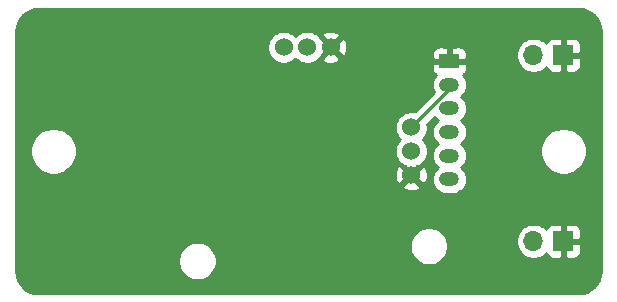
<source format=gbr>
G04 #@! TF.GenerationSoftware,KiCad,Pcbnew,5.1.5-52549c5~86~ubuntu18.04.1*
G04 #@! TF.CreationDate,2020-05-17T18:20:31-04:00*
G04 #@! TF.ProjectId,2020 05 PSP Joystick Breakout,32303230-2030-4352-9050-5350204a6f79,rev?*
G04 #@! TF.SameCoordinates,Original*
G04 #@! TF.FileFunction,Copper,L2,Bot*
G04 #@! TF.FilePolarity,Positive*
%FSLAX46Y46*%
G04 Gerber Fmt 4.6, Leading zero omitted, Abs format (unit mm)*
G04 Created by KiCad (PCBNEW 5.1.5-52549c5~86~ubuntu18.04.1) date 2020-05-17 18:20:31*
%MOMM*%
%LPD*%
G04 APERTURE LIST*
%ADD10C,1.524000*%
%ADD11R,1.700000X1.700000*%
%ADD12O,1.700000X1.700000*%
%ADD13R,1.700000X1.200000*%
%ADD14O,1.700000X1.200000*%
%ADD15C,0.800000*%
%ADD16C,0.250000*%
%ADD17C,0.254000*%
G04 APERTURE END LIST*
D10*
X160650000Y-111850000D03*
X156650000Y-111850000D03*
X158650000Y-111850000D03*
X167450000Y-118650000D03*
X167450000Y-122650000D03*
X167450000Y-120650000D03*
D11*
X180340000Y-128270000D03*
D12*
X177800000Y-128270000D03*
D11*
X180340000Y-112522000D03*
D12*
X177800000Y-112522000D03*
D13*
X170688000Y-113030000D03*
D14*
X170688000Y-115030000D03*
X170688000Y-117030000D03*
X170688000Y-119030000D03*
X170688000Y-121030000D03*
X170688000Y-123030000D03*
D15*
X153162000Y-119634000D03*
D16*
X170688000Y-115412000D02*
X170688000Y-115030000D01*
X167450000Y-118650000D02*
X170688000Y-115412000D01*
D17*
G36*
X181974545Y-108648909D02*
G01*
X182325208Y-108754780D01*
X182648625Y-108926744D01*
X182932484Y-109158254D01*
X183165965Y-109440486D01*
X183340183Y-109762695D01*
X183448502Y-110112614D01*
X183490000Y-110507443D01*
X183490001Y-130777711D01*
X183451091Y-131174545D01*
X183345220Y-131525206D01*
X183173257Y-131848623D01*
X182941748Y-132132482D01*
X182659514Y-132365965D01*
X182337304Y-132540184D01*
X181987385Y-132648502D01*
X181592557Y-132690000D01*
X135922279Y-132690000D01*
X135525455Y-132651091D01*
X135174794Y-132545220D01*
X134851377Y-132373257D01*
X134567518Y-132141748D01*
X134334035Y-131859514D01*
X134159816Y-131537304D01*
X134051498Y-131187385D01*
X134010000Y-130792557D01*
X134010000Y-129788967D01*
X147715000Y-129788967D01*
X147715000Y-130111033D01*
X147777832Y-130426912D01*
X147901082Y-130724463D01*
X148080013Y-130992252D01*
X148307748Y-131219987D01*
X148575537Y-131398918D01*
X148873088Y-131522168D01*
X149188967Y-131585000D01*
X149511033Y-131585000D01*
X149826912Y-131522168D01*
X150124463Y-131398918D01*
X150392252Y-131219987D01*
X150619987Y-130992252D01*
X150798918Y-130724463D01*
X150922168Y-130426912D01*
X150985000Y-130111033D01*
X150985000Y-129788967D01*
X150922168Y-129473088D01*
X150798918Y-129175537D01*
X150619987Y-128907748D01*
X150392252Y-128680013D01*
X150181162Y-128538967D01*
X167315000Y-128538967D01*
X167315000Y-128861033D01*
X167377832Y-129176912D01*
X167501082Y-129474463D01*
X167680013Y-129742252D01*
X167907748Y-129969987D01*
X168175537Y-130148918D01*
X168473088Y-130272168D01*
X168788967Y-130335000D01*
X169111033Y-130335000D01*
X169426912Y-130272168D01*
X169724463Y-130148918D01*
X169992252Y-129969987D01*
X170219987Y-129742252D01*
X170398918Y-129474463D01*
X170522168Y-129176912D01*
X170585000Y-128861033D01*
X170585000Y-128538967D01*
X170522168Y-128223088D01*
X170481017Y-128123740D01*
X176315000Y-128123740D01*
X176315000Y-128416260D01*
X176372068Y-128703158D01*
X176484010Y-128973411D01*
X176646525Y-129216632D01*
X176853368Y-129423475D01*
X177096589Y-129585990D01*
X177366842Y-129697932D01*
X177653740Y-129755000D01*
X177946260Y-129755000D01*
X178233158Y-129697932D01*
X178503411Y-129585990D01*
X178746632Y-129423475D01*
X178878487Y-129291620D01*
X178900498Y-129364180D01*
X178959463Y-129474494D01*
X179038815Y-129571185D01*
X179135506Y-129650537D01*
X179245820Y-129709502D01*
X179365518Y-129745812D01*
X179490000Y-129758072D01*
X180054250Y-129755000D01*
X180213000Y-129596250D01*
X180213000Y-128397000D01*
X180467000Y-128397000D01*
X180467000Y-129596250D01*
X180625750Y-129755000D01*
X181190000Y-129758072D01*
X181314482Y-129745812D01*
X181434180Y-129709502D01*
X181544494Y-129650537D01*
X181641185Y-129571185D01*
X181720537Y-129474494D01*
X181779502Y-129364180D01*
X181815812Y-129244482D01*
X181828072Y-129120000D01*
X181825000Y-128555750D01*
X181666250Y-128397000D01*
X180467000Y-128397000D01*
X180213000Y-128397000D01*
X180193000Y-128397000D01*
X180193000Y-128143000D01*
X180213000Y-128143000D01*
X180213000Y-126943750D01*
X180467000Y-126943750D01*
X180467000Y-128143000D01*
X181666250Y-128143000D01*
X181825000Y-127984250D01*
X181828072Y-127420000D01*
X181815812Y-127295518D01*
X181779502Y-127175820D01*
X181720537Y-127065506D01*
X181641185Y-126968815D01*
X181544494Y-126889463D01*
X181434180Y-126830498D01*
X181314482Y-126794188D01*
X181190000Y-126781928D01*
X180625750Y-126785000D01*
X180467000Y-126943750D01*
X180213000Y-126943750D01*
X180054250Y-126785000D01*
X179490000Y-126781928D01*
X179365518Y-126794188D01*
X179245820Y-126830498D01*
X179135506Y-126889463D01*
X179038815Y-126968815D01*
X178959463Y-127065506D01*
X178900498Y-127175820D01*
X178878487Y-127248380D01*
X178746632Y-127116525D01*
X178503411Y-126954010D01*
X178233158Y-126842068D01*
X177946260Y-126785000D01*
X177653740Y-126785000D01*
X177366842Y-126842068D01*
X177096589Y-126954010D01*
X176853368Y-127116525D01*
X176646525Y-127323368D01*
X176484010Y-127566589D01*
X176372068Y-127836842D01*
X176315000Y-128123740D01*
X170481017Y-128123740D01*
X170398918Y-127925537D01*
X170219987Y-127657748D01*
X169992252Y-127430013D01*
X169724463Y-127251082D01*
X169426912Y-127127832D01*
X169111033Y-127065000D01*
X168788967Y-127065000D01*
X168473088Y-127127832D01*
X168175537Y-127251082D01*
X167907748Y-127430013D01*
X167680013Y-127657748D01*
X167501082Y-127925537D01*
X167377832Y-128223088D01*
X167315000Y-128538967D01*
X150181162Y-128538967D01*
X150124463Y-128501082D01*
X149826912Y-128377832D01*
X149511033Y-128315000D01*
X149188967Y-128315000D01*
X148873088Y-128377832D01*
X148575537Y-128501082D01*
X148307748Y-128680013D01*
X148080013Y-128907748D01*
X147901082Y-129175537D01*
X147777832Y-129473088D01*
X147715000Y-129788967D01*
X134010000Y-129788967D01*
X134010000Y-123615565D01*
X166664040Y-123615565D01*
X166731020Y-123855656D01*
X166980048Y-123972756D01*
X167247135Y-124039023D01*
X167522017Y-124051910D01*
X167794133Y-124010922D01*
X168053023Y-123917636D01*
X168168980Y-123855656D01*
X168235960Y-123615565D01*
X167450000Y-122829605D01*
X166664040Y-123615565D01*
X134010000Y-123615565D01*
X134010000Y-122722017D01*
X166048090Y-122722017D01*
X166089078Y-122994133D01*
X166182364Y-123253023D01*
X166244344Y-123368980D01*
X166484435Y-123435960D01*
X167270395Y-122650000D01*
X167629605Y-122650000D01*
X168415565Y-123435960D01*
X168655656Y-123368980D01*
X168772756Y-123119952D01*
X168839023Y-122852865D01*
X168851910Y-122577983D01*
X168810922Y-122305867D01*
X168717636Y-122046977D01*
X168655656Y-121931020D01*
X168415565Y-121864040D01*
X167629605Y-122650000D01*
X167270395Y-122650000D01*
X166484435Y-121864040D01*
X166244344Y-121931020D01*
X166127244Y-122180048D01*
X166060977Y-122447135D01*
X166048090Y-122722017D01*
X134010000Y-122722017D01*
X134010000Y-120454495D01*
X135175000Y-120454495D01*
X135175000Y-120845505D01*
X135251282Y-121229003D01*
X135400915Y-121590250D01*
X135618149Y-121915364D01*
X135894636Y-122191851D01*
X136219750Y-122409085D01*
X136580997Y-122558718D01*
X136964495Y-122635000D01*
X137355505Y-122635000D01*
X137739003Y-122558718D01*
X138100250Y-122409085D01*
X138425364Y-122191851D01*
X138701851Y-121915364D01*
X138919085Y-121590250D01*
X139068718Y-121229003D01*
X139145000Y-120845505D01*
X139145000Y-120454495D01*
X139068718Y-120070997D01*
X138919085Y-119709750D01*
X138701851Y-119384636D01*
X138425364Y-119108149D01*
X138100250Y-118890915D01*
X137739003Y-118741282D01*
X137355505Y-118665000D01*
X136964495Y-118665000D01*
X136580997Y-118741282D01*
X136219750Y-118890915D01*
X135894636Y-119108149D01*
X135618149Y-119384636D01*
X135400915Y-119709750D01*
X135251282Y-120070997D01*
X135175000Y-120454495D01*
X134010000Y-120454495D01*
X134010000Y-118512408D01*
X166053000Y-118512408D01*
X166053000Y-118787592D01*
X166106686Y-119057490D01*
X166211995Y-119311727D01*
X166364880Y-119540535D01*
X166474345Y-119650000D01*
X166364880Y-119759465D01*
X166211995Y-119988273D01*
X166106686Y-120242510D01*
X166053000Y-120512408D01*
X166053000Y-120787592D01*
X166106686Y-121057490D01*
X166211995Y-121311727D01*
X166364880Y-121540535D01*
X166559465Y-121735120D01*
X166788273Y-121888005D01*
X166923710Y-121944105D01*
X167450000Y-122470395D01*
X167976290Y-121944105D01*
X168111727Y-121888005D01*
X168340535Y-121735120D01*
X168535120Y-121540535D01*
X168688005Y-121311727D01*
X168793314Y-121057490D01*
X168847000Y-120787592D01*
X168847000Y-120512408D01*
X168793314Y-120242510D01*
X168688005Y-119988273D01*
X168535120Y-119759465D01*
X168425655Y-119650000D01*
X168535120Y-119540535D01*
X168688005Y-119311727D01*
X168793314Y-119057490D01*
X168847000Y-118787592D01*
X168847000Y-118512408D01*
X168816372Y-118358429D01*
X169428338Y-117746464D01*
X169560498Y-117907502D01*
X169709762Y-118030000D01*
X169560498Y-118152498D01*
X169406167Y-118340551D01*
X169291489Y-118555099D01*
X169220870Y-118787898D01*
X169197025Y-119030000D01*
X169220870Y-119272102D01*
X169291489Y-119504901D01*
X169406167Y-119719449D01*
X169560498Y-119907502D01*
X169709762Y-120030000D01*
X169560498Y-120152498D01*
X169406167Y-120340551D01*
X169291489Y-120555099D01*
X169220870Y-120787898D01*
X169197025Y-121030000D01*
X169220870Y-121272102D01*
X169291489Y-121504901D01*
X169406167Y-121719449D01*
X169560498Y-121907502D01*
X169709762Y-122030000D01*
X169560498Y-122152498D01*
X169406167Y-122340551D01*
X169291489Y-122555099D01*
X169220870Y-122787898D01*
X169197025Y-123030000D01*
X169220870Y-123272102D01*
X169291489Y-123504901D01*
X169406167Y-123719449D01*
X169560498Y-123907502D01*
X169748551Y-124061833D01*
X169963099Y-124176511D01*
X170195898Y-124247130D01*
X170377335Y-124265000D01*
X170998665Y-124265000D01*
X171180102Y-124247130D01*
X171412901Y-124176511D01*
X171627449Y-124061833D01*
X171815502Y-123907502D01*
X171969833Y-123719449D01*
X172084511Y-123504901D01*
X172155130Y-123272102D01*
X172178975Y-123030000D01*
X172155130Y-122787898D01*
X172084511Y-122555099D01*
X171969833Y-122340551D01*
X171815502Y-122152498D01*
X171666238Y-122030000D01*
X171815502Y-121907502D01*
X171969833Y-121719449D01*
X172084511Y-121504901D01*
X172155130Y-121272102D01*
X172178975Y-121030000D01*
X172155130Y-120787898D01*
X172084511Y-120555099D01*
X172030738Y-120454495D01*
X178355000Y-120454495D01*
X178355000Y-120845505D01*
X178431282Y-121229003D01*
X178580915Y-121590250D01*
X178798149Y-121915364D01*
X179074636Y-122191851D01*
X179399750Y-122409085D01*
X179760997Y-122558718D01*
X180144495Y-122635000D01*
X180535505Y-122635000D01*
X180919003Y-122558718D01*
X181280250Y-122409085D01*
X181605364Y-122191851D01*
X181881851Y-121915364D01*
X182099085Y-121590250D01*
X182248718Y-121229003D01*
X182325000Y-120845505D01*
X182325000Y-120454495D01*
X182248718Y-120070997D01*
X182099085Y-119709750D01*
X181881851Y-119384636D01*
X181605364Y-119108149D01*
X181280250Y-118890915D01*
X180919003Y-118741282D01*
X180535505Y-118665000D01*
X180144495Y-118665000D01*
X179760997Y-118741282D01*
X179399750Y-118890915D01*
X179074636Y-119108149D01*
X178798149Y-119384636D01*
X178580915Y-119709750D01*
X178431282Y-120070997D01*
X178355000Y-120454495D01*
X172030738Y-120454495D01*
X171969833Y-120340551D01*
X171815502Y-120152498D01*
X171666238Y-120030000D01*
X171815502Y-119907502D01*
X171969833Y-119719449D01*
X172084511Y-119504901D01*
X172155130Y-119272102D01*
X172178975Y-119030000D01*
X172155130Y-118787898D01*
X172084511Y-118555099D01*
X171969833Y-118340551D01*
X171815502Y-118152498D01*
X171666238Y-118030000D01*
X171815502Y-117907502D01*
X171969833Y-117719449D01*
X172084511Y-117504901D01*
X172155130Y-117272102D01*
X172178975Y-117030000D01*
X172155130Y-116787898D01*
X172084511Y-116555099D01*
X171969833Y-116340551D01*
X171815502Y-116152498D01*
X171666238Y-116030000D01*
X171815502Y-115907502D01*
X171969833Y-115719449D01*
X172084511Y-115504901D01*
X172155130Y-115272102D01*
X172178975Y-115030000D01*
X172155130Y-114787898D01*
X172084511Y-114555099D01*
X171969833Y-114340551D01*
X171843564Y-114186691D01*
X171892494Y-114160537D01*
X171989185Y-114081185D01*
X172068537Y-113984494D01*
X172127502Y-113874180D01*
X172163812Y-113754482D01*
X172176072Y-113630000D01*
X172173000Y-113315750D01*
X172014250Y-113157000D01*
X170815000Y-113157000D01*
X170815000Y-113177000D01*
X170561000Y-113177000D01*
X170561000Y-113157000D01*
X169361750Y-113157000D01*
X169203000Y-113315750D01*
X169199928Y-113630000D01*
X169212188Y-113754482D01*
X169248498Y-113874180D01*
X169307463Y-113984494D01*
X169386815Y-114081185D01*
X169483506Y-114160537D01*
X169532436Y-114186691D01*
X169406167Y-114340551D01*
X169291489Y-114555099D01*
X169220870Y-114787898D01*
X169197025Y-115030000D01*
X169220870Y-115272102D01*
X169291489Y-115504901D01*
X169371189Y-115654009D01*
X167741571Y-117283628D01*
X167587592Y-117253000D01*
X167312408Y-117253000D01*
X167042510Y-117306686D01*
X166788273Y-117411995D01*
X166559465Y-117564880D01*
X166364880Y-117759465D01*
X166211995Y-117988273D01*
X166106686Y-118242510D01*
X166053000Y-118512408D01*
X134010000Y-118512408D01*
X134010000Y-111712408D01*
X155253000Y-111712408D01*
X155253000Y-111987592D01*
X155306686Y-112257490D01*
X155411995Y-112511727D01*
X155564880Y-112740535D01*
X155759465Y-112935120D01*
X155988273Y-113088005D01*
X156242510Y-113193314D01*
X156512408Y-113247000D01*
X156787592Y-113247000D01*
X157057490Y-113193314D01*
X157311727Y-113088005D01*
X157540535Y-112935120D01*
X157650000Y-112825655D01*
X157759465Y-112935120D01*
X157988273Y-113088005D01*
X158242510Y-113193314D01*
X158512408Y-113247000D01*
X158787592Y-113247000D01*
X159057490Y-113193314D01*
X159311727Y-113088005D01*
X159540535Y-112935120D01*
X159660090Y-112815565D01*
X159864040Y-112815565D01*
X159931020Y-113055656D01*
X160180048Y-113172756D01*
X160447135Y-113239023D01*
X160722017Y-113251910D01*
X160994133Y-113210922D01*
X161253023Y-113117636D01*
X161368980Y-113055656D01*
X161435960Y-112815565D01*
X160650000Y-112029605D01*
X159864040Y-112815565D01*
X159660090Y-112815565D01*
X159735120Y-112740535D01*
X159888005Y-112511727D01*
X159944105Y-112376290D01*
X160470395Y-111850000D01*
X160829605Y-111850000D01*
X161615565Y-112635960D01*
X161855656Y-112568980D01*
X161921008Y-112430000D01*
X169199928Y-112430000D01*
X169203000Y-112744250D01*
X169361750Y-112903000D01*
X170561000Y-112903000D01*
X170561000Y-111953750D01*
X170815000Y-111953750D01*
X170815000Y-112903000D01*
X172014250Y-112903000D01*
X172173000Y-112744250D01*
X172176072Y-112430000D01*
X172170729Y-112375740D01*
X176315000Y-112375740D01*
X176315000Y-112668260D01*
X176372068Y-112955158D01*
X176484010Y-113225411D01*
X176646525Y-113468632D01*
X176853368Y-113675475D01*
X177096589Y-113837990D01*
X177366842Y-113949932D01*
X177653740Y-114007000D01*
X177946260Y-114007000D01*
X178233158Y-113949932D01*
X178503411Y-113837990D01*
X178746632Y-113675475D01*
X178878487Y-113543620D01*
X178900498Y-113616180D01*
X178959463Y-113726494D01*
X179038815Y-113823185D01*
X179135506Y-113902537D01*
X179245820Y-113961502D01*
X179365518Y-113997812D01*
X179490000Y-114010072D01*
X180054250Y-114007000D01*
X180213000Y-113848250D01*
X180213000Y-112649000D01*
X180467000Y-112649000D01*
X180467000Y-113848250D01*
X180625750Y-114007000D01*
X181190000Y-114010072D01*
X181314482Y-113997812D01*
X181434180Y-113961502D01*
X181544494Y-113902537D01*
X181641185Y-113823185D01*
X181720537Y-113726494D01*
X181779502Y-113616180D01*
X181815812Y-113496482D01*
X181828072Y-113372000D01*
X181825000Y-112807750D01*
X181666250Y-112649000D01*
X180467000Y-112649000D01*
X180213000Y-112649000D01*
X180193000Y-112649000D01*
X180193000Y-112395000D01*
X180213000Y-112395000D01*
X180213000Y-111195750D01*
X180467000Y-111195750D01*
X180467000Y-112395000D01*
X181666250Y-112395000D01*
X181825000Y-112236250D01*
X181828072Y-111672000D01*
X181815812Y-111547518D01*
X181779502Y-111427820D01*
X181720537Y-111317506D01*
X181641185Y-111220815D01*
X181544494Y-111141463D01*
X181434180Y-111082498D01*
X181314482Y-111046188D01*
X181190000Y-111033928D01*
X180625750Y-111037000D01*
X180467000Y-111195750D01*
X180213000Y-111195750D01*
X180054250Y-111037000D01*
X179490000Y-111033928D01*
X179365518Y-111046188D01*
X179245820Y-111082498D01*
X179135506Y-111141463D01*
X179038815Y-111220815D01*
X178959463Y-111317506D01*
X178900498Y-111427820D01*
X178878487Y-111500380D01*
X178746632Y-111368525D01*
X178503411Y-111206010D01*
X178233158Y-111094068D01*
X177946260Y-111037000D01*
X177653740Y-111037000D01*
X177366842Y-111094068D01*
X177096589Y-111206010D01*
X176853368Y-111368525D01*
X176646525Y-111575368D01*
X176484010Y-111818589D01*
X176372068Y-112088842D01*
X176315000Y-112375740D01*
X172170729Y-112375740D01*
X172163812Y-112305518D01*
X172127502Y-112185820D01*
X172068537Y-112075506D01*
X171989185Y-111978815D01*
X171892494Y-111899463D01*
X171782180Y-111840498D01*
X171662482Y-111804188D01*
X171538000Y-111791928D01*
X170973750Y-111795000D01*
X170815000Y-111953750D01*
X170561000Y-111953750D01*
X170402250Y-111795000D01*
X169838000Y-111791928D01*
X169713518Y-111804188D01*
X169593820Y-111840498D01*
X169483506Y-111899463D01*
X169386815Y-111978815D01*
X169307463Y-112075506D01*
X169248498Y-112185820D01*
X169212188Y-112305518D01*
X169199928Y-112430000D01*
X161921008Y-112430000D01*
X161972756Y-112319952D01*
X162039023Y-112052865D01*
X162051910Y-111777983D01*
X162010922Y-111505867D01*
X161917636Y-111246977D01*
X161855656Y-111131020D01*
X161615565Y-111064040D01*
X160829605Y-111850000D01*
X160470395Y-111850000D01*
X159944105Y-111323710D01*
X159888005Y-111188273D01*
X159735120Y-110959465D01*
X159660090Y-110884435D01*
X159864040Y-110884435D01*
X160650000Y-111670395D01*
X161435960Y-110884435D01*
X161368980Y-110644344D01*
X161119952Y-110527244D01*
X160852865Y-110460977D01*
X160577983Y-110448090D01*
X160305867Y-110489078D01*
X160046977Y-110582364D01*
X159931020Y-110644344D01*
X159864040Y-110884435D01*
X159660090Y-110884435D01*
X159540535Y-110764880D01*
X159311727Y-110611995D01*
X159057490Y-110506686D01*
X158787592Y-110453000D01*
X158512408Y-110453000D01*
X158242510Y-110506686D01*
X157988273Y-110611995D01*
X157759465Y-110764880D01*
X157650000Y-110874345D01*
X157540535Y-110764880D01*
X157311727Y-110611995D01*
X157057490Y-110506686D01*
X156787592Y-110453000D01*
X156512408Y-110453000D01*
X156242510Y-110506686D01*
X155988273Y-110611995D01*
X155759465Y-110764880D01*
X155564880Y-110959465D01*
X155411995Y-111188273D01*
X155306686Y-111442510D01*
X155253000Y-111712408D01*
X134010000Y-111712408D01*
X134010000Y-110522279D01*
X134048909Y-110125455D01*
X134154780Y-109774792D01*
X134326744Y-109451375D01*
X134558254Y-109167516D01*
X134840486Y-108934035D01*
X135162695Y-108759817D01*
X135512614Y-108651498D01*
X135907443Y-108610000D01*
X181577721Y-108610000D01*
X181974545Y-108648909D01*
G37*
X181974545Y-108648909D02*
X182325208Y-108754780D01*
X182648625Y-108926744D01*
X182932484Y-109158254D01*
X183165965Y-109440486D01*
X183340183Y-109762695D01*
X183448502Y-110112614D01*
X183490000Y-110507443D01*
X183490001Y-130777711D01*
X183451091Y-131174545D01*
X183345220Y-131525206D01*
X183173257Y-131848623D01*
X182941748Y-132132482D01*
X182659514Y-132365965D01*
X182337304Y-132540184D01*
X181987385Y-132648502D01*
X181592557Y-132690000D01*
X135922279Y-132690000D01*
X135525455Y-132651091D01*
X135174794Y-132545220D01*
X134851377Y-132373257D01*
X134567518Y-132141748D01*
X134334035Y-131859514D01*
X134159816Y-131537304D01*
X134051498Y-131187385D01*
X134010000Y-130792557D01*
X134010000Y-129788967D01*
X147715000Y-129788967D01*
X147715000Y-130111033D01*
X147777832Y-130426912D01*
X147901082Y-130724463D01*
X148080013Y-130992252D01*
X148307748Y-131219987D01*
X148575537Y-131398918D01*
X148873088Y-131522168D01*
X149188967Y-131585000D01*
X149511033Y-131585000D01*
X149826912Y-131522168D01*
X150124463Y-131398918D01*
X150392252Y-131219987D01*
X150619987Y-130992252D01*
X150798918Y-130724463D01*
X150922168Y-130426912D01*
X150985000Y-130111033D01*
X150985000Y-129788967D01*
X150922168Y-129473088D01*
X150798918Y-129175537D01*
X150619987Y-128907748D01*
X150392252Y-128680013D01*
X150181162Y-128538967D01*
X167315000Y-128538967D01*
X167315000Y-128861033D01*
X167377832Y-129176912D01*
X167501082Y-129474463D01*
X167680013Y-129742252D01*
X167907748Y-129969987D01*
X168175537Y-130148918D01*
X168473088Y-130272168D01*
X168788967Y-130335000D01*
X169111033Y-130335000D01*
X169426912Y-130272168D01*
X169724463Y-130148918D01*
X169992252Y-129969987D01*
X170219987Y-129742252D01*
X170398918Y-129474463D01*
X170522168Y-129176912D01*
X170585000Y-128861033D01*
X170585000Y-128538967D01*
X170522168Y-128223088D01*
X170481017Y-128123740D01*
X176315000Y-128123740D01*
X176315000Y-128416260D01*
X176372068Y-128703158D01*
X176484010Y-128973411D01*
X176646525Y-129216632D01*
X176853368Y-129423475D01*
X177096589Y-129585990D01*
X177366842Y-129697932D01*
X177653740Y-129755000D01*
X177946260Y-129755000D01*
X178233158Y-129697932D01*
X178503411Y-129585990D01*
X178746632Y-129423475D01*
X178878487Y-129291620D01*
X178900498Y-129364180D01*
X178959463Y-129474494D01*
X179038815Y-129571185D01*
X179135506Y-129650537D01*
X179245820Y-129709502D01*
X179365518Y-129745812D01*
X179490000Y-129758072D01*
X180054250Y-129755000D01*
X180213000Y-129596250D01*
X180213000Y-128397000D01*
X180467000Y-128397000D01*
X180467000Y-129596250D01*
X180625750Y-129755000D01*
X181190000Y-129758072D01*
X181314482Y-129745812D01*
X181434180Y-129709502D01*
X181544494Y-129650537D01*
X181641185Y-129571185D01*
X181720537Y-129474494D01*
X181779502Y-129364180D01*
X181815812Y-129244482D01*
X181828072Y-129120000D01*
X181825000Y-128555750D01*
X181666250Y-128397000D01*
X180467000Y-128397000D01*
X180213000Y-128397000D01*
X180193000Y-128397000D01*
X180193000Y-128143000D01*
X180213000Y-128143000D01*
X180213000Y-126943750D01*
X180467000Y-126943750D01*
X180467000Y-128143000D01*
X181666250Y-128143000D01*
X181825000Y-127984250D01*
X181828072Y-127420000D01*
X181815812Y-127295518D01*
X181779502Y-127175820D01*
X181720537Y-127065506D01*
X181641185Y-126968815D01*
X181544494Y-126889463D01*
X181434180Y-126830498D01*
X181314482Y-126794188D01*
X181190000Y-126781928D01*
X180625750Y-126785000D01*
X180467000Y-126943750D01*
X180213000Y-126943750D01*
X180054250Y-126785000D01*
X179490000Y-126781928D01*
X179365518Y-126794188D01*
X179245820Y-126830498D01*
X179135506Y-126889463D01*
X179038815Y-126968815D01*
X178959463Y-127065506D01*
X178900498Y-127175820D01*
X178878487Y-127248380D01*
X178746632Y-127116525D01*
X178503411Y-126954010D01*
X178233158Y-126842068D01*
X177946260Y-126785000D01*
X177653740Y-126785000D01*
X177366842Y-126842068D01*
X177096589Y-126954010D01*
X176853368Y-127116525D01*
X176646525Y-127323368D01*
X176484010Y-127566589D01*
X176372068Y-127836842D01*
X176315000Y-128123740D01*
X170481017Y-128123740D01*
X170398918Y-127925537D01*
X170219987Y-127657748D01*
X169992252Y-127430013D01*
X169724463Y-127251082D01*
X169426912Y-127127832D01*
X169111033Y-127065000D01*
X168788967Y-127065000D01*
X168473088Y-127127832D01*
X168175537Y-127251082D01*
X167907748Y-127430013D01*
X167680013Y-127657748D01*
X167501082Y-127925537D01*
X167377832Y-128223088D01*
X167315000Y-128538967D01*
X150181162Y-128538967D01*
X150124463Y-128501082D01*
X149826912Y-128377832D01*
X149511033Y-128315000D01*
X149188967Y-128315000D01*
X148873088Y-128377832D01*
X148575537Y-128501082D01*
X148307748Y-128680013D01*
X148080013Y-128907748D01*
X147901082Y-129175537D01*
X147777832Y-129473088D01*
X147715000Y-129788967D01*
X134010000Y-129788967D01*
X134010000Y-123615565D01*
X166664040Y-123615565D01*
X166731020Y-123855656D01*
X166980048Y-123972756D01*
X167247135Y-124039023D01*
X167522017Y-124051910D01*
X167794133Y-124010922D01*
X168053023Y-123917636D01*
X168168980Y-123855656D01*
X168235960Y-123615565D01*
X167450000Y-122829605D01*
X166664040Y-123615565D01*
X134010000Y-123615565D01*
X134010000Y-122722017D01*
X166048090Y-122722017D01*
X166089078Y-122994133D01*
X166182364Y-123253023D01*
X166244344Y-123368980D01*
X166484435Y-123435960D01*
X167270395Y-122650000D01*
X167629605Y-122650000D01*
X168415565Y-123435960D01*
X168655656Y-123368980D01*
X168772756Y-123119952D01*
X168839023Y-122852865D01*
X168851910Y-122577983D01*
X168810922Y-122305867D01*
X168717636Y-122046977D01*
X168655656Y-121931020D01*
X168415565Y-121864040D01*
X167629605Y-122650000D01*
X167270395Y-122650000D01*
X166484435Y-121864040D01*
X166244344Y-121931020D01*
X166127244Y-122180048D01*
X166060977Y-122447135D01*
X166048090Y-122722017D01*
X134010000Y-122722017D01*
X134010000Y-120454495D01*
X135175000Y-120454495D01*
X135175000Y-120845505D01*
X135251282Y-121229003D01*
X135400915Y-121590250D01*
X135618149Y-121915364D01*
X135894636Y-122191851D01*
X136219750Y-122409085D01*
X136580997Y-122558718D01*
X136964495Y-122635000D01*
X137355505Y-122635000D01*
X137739003Y-122558718D01*
X138100250Y-122409085D01*
X138425364Y-122191851D01*
X138701851Y-121915364D01*
X138919085Y-121590250D01*
X139068718Y-121229003D01*
X139145000Y-120845505D01*
X139145000Y-120454495D01*
X139068718Y-120070997D01*
X138919085Y-119709750D01*
X138701851Y-119384636D01*
X138425364Y-119108149D01*
X138100250Y-118890915D01*
X137739003Y-118741282D01*
X137355505Y-118665000D01*
X136964495Y-118665000D01*
X136580997Y-118741282D01*
X136219750Y-118890915D01*
X135894636Y-119108149D01*
X135618149Y-119384636D01*
X135400915Y-119709750D01*
X135251282Y-120070997D01*
X135175000Y-120454495D01*
X134010000Y-120454495D01*
X134010000Y-118512408D01*
X166053000Y-118512408D01*
X166053000Y-118787592D01*
X166106686Y-119057490D01*
X166211995Y-119311727D01*
X166364880Y-119540535D01*
X166474345Y-119650000D01*
X166364880Y-119759465D01*
X166211995Y-119988273D01*
X166106686Y-120242510D01*
X166053000Y-120512408D01*
X166053000Y-120787592D01*
X166106686Y-121057490D01*
X166211995Y-121311727D01*
X166364880Y-121540535D01*
X166559465Y-121735120D01*
X166788273Y-121888005D01*
X166923710Y-121944105D01*
X167450000Y-122470395D01*
X167976290Y-121944105D01*
X168111727Y-121888005D01*
X168340535Y-121735120D01*
X168535120Y-121540535D01*
X168688005Y-121311727D01*
X168793314Y-121057490D01*
X168847000Y-120787592D01*
X168847000Y-120512408D01*
X168793314Y-120242510D01*
X168688005Y-119988273D01*
X168535120Y-119759465D01*
X168425655Y-119650000D01*
X168535120Y-119540535D01*
X168688005Y-119311727D01*
X168793314Y-119057490D01*
X168847000Y-118787592D01*
X168847000Y-118512408D01*
X168816372Y-118358429D01*
X169428338Y-117746464D01*
X169560498Y-117907502D01*
X169709762Y-118030000D01*
X169560498Y-118152498D01*
X169406167Y-118340551D01*
X169291489Y-118555099D01*
X169220870Y-118787898D01*
X169197025Y-119030000D01*
X169220870Y-119272102D01*
X169291489Y-119504901D01*
X169406167Y-119719449D01*
X169560498Y-119907502D01*
X169709762Y-120030000D01*
X169560498Y-120152498D01*
X169406167Y-120340551D01*
X169291489Y-120555099D01*
X169220870Y-120787898D01*
X169197025Y-121030000D01*
X169220870Y-121272102D01*
X169291489Y-121504901D01*
X169406167Y-121719449D01*
X169560498Y-121907502D01*
X169709762Y-122030000D01*
X169560498Y-122152498D01*
X169406167Y-122340551D01*
X169291489Y-122555099D01*
X169220870Y-122787898D01*
X169197025Y-123030000D01*
X169220870Y-123272102D01*
X169291489Y-123504901D01*
X169406167Y-123719449D01*
X169560498Y-123907502D01*
X169748551Y-124061833D01*
X169963099Y-124176511D01*
X170195898Y-124247130D01*
X170377335Y-124265000D01*
X170998665Y-124265000D01*
X171180102Y-124247130D01*
X171412901Y-124176511D01*
X171627449Y-124061833D01*
X171815502Y-123907502D01*
X171969833Y-123719449D01*
X172084511Y-123504901D01*
X172155130Y-123272102D01*
X172178975Y-123030000D01*
X172155130Y-122787898D01*
X172084511Y-122555099D01*
X171969833Y-122340551D01*
X171815502Y-122152498D01*
X171666238Y-122030000D01*
X171815502Y-121907502D01*
X171969833Y-121719449D01*
X172084511Y-121504901D01*
X172155130Y-121272102D01*
X172178975Y-121030000D01*
X172155130Y-120787898D01*
X172084511Y-120555099D01*
X172030738Y-120454495D01*
X178355000Y-120454495D01*
X178355000Y-120845505D01*
X178431282Y-121229003D01*
X178580915Y-121590250D01*
X178798149Y-121915364D01*
X179074636Y-122191851D01*
X179399750Y-122409085D01*
X179760997Y-122558718D01*
X180144495Y-122635000D01*
X180535505Y-122635000D01*
X180919003Y-122558718D01*
X181280250Y-122409085D01*
X181605364Y-122191851D01*
X181881851Y-121915364D01*
X182099085Y-121590250D01*
X182248718Y-121229003D01*
X182325000Y-120845505D01*
X182325000Y-120454495D01*
X182248718Y-120070997D01*
X182099085Y-119709750D01*
X181881851Y-119384636D01*
X181605364Y-119108149D01*
X181280250Y-118890915D01*
X180919003Y-118741282D01*
X180535505Y-118665000D01*
X180144495Y-118665000D01*
X179760997Y-118741282D01*
X179399750Y-118890915D01*
X179074636Y-119108149D01*
X178798149Y-119384636D01*
X178580915Y-119709750D01*
X178431282Y-120070997D01*
X178355000Y-120454495D01*
X172030738Y-120454495D01*
X171969833Y-120340551D01*
X171815502Y-120152498D01*
X171666238Y-120030000D01*
X171815502Y-119907502D01*
X171969833Y-119719449D01*
X172084511Y-119504901D01*
X172155130Y-119272102D01*
X172178975Y-119030000D01*
X172155130Y-118787898D01*
X172084511Y-118555099D01*
X171969833Y-118340551D01*
X171815502Y-118152498D01*
X171666238Y-118030000D01*
X171815502Y-117907502D01*
X171969833Y-117719449D01*
X172084511Y-117504901D01*
X172155130Y-117272102D01*
X172178975Y-117030000D01*
X172155130Y-116787898D01*
X172084511Y-116555099D01*
X171969833Y-116340551D01*
X171815502Y-116152498D01*
X171666238Y-116030000D01*
X171815502Y-115907502D01*
X171969833Y-115719449D01*
X172084511Y-115504901D01*
X172155130Y-115272102D01*
X172178975Y-115030000D01*
X172155130Y-114787898D01*
X172084511Y-114555099D01*
X171969833Y-114340551D01*
X171843564Y-114186691D01*
X171892494Y-114160537D01*
X171989185Y-114081185D01*
X172068537Y-113984494D01*
X172127502Y-113874180D01*
X172163812Y-113754482D01*
X172176072Y-113630000D01*
X172173000Y-113315750D01*
X172014250Y-113157000D01*
X170815000Y-113157000D01*
X170815000Y-113177000D01*
X170561000Y-113177000D01*
X170561000Y-113157000D01*
X169361750Y-113157000D01*
X169203000Y-113315750D01*
X169199928Y-113630000D01*
X169212188Y-113754482D01*
X169248498Y-113874180D01*
X169307463Y-113984494D01*
X169386815Y-114081185D01*
X169483506Y-114160537D01*
X169532436Y-114186691D01*
X169406167Y-114340551D01*
X169291489Y-114555099D01*
X169220870Y-114787898D01*
X169197025Y-115030000D01*
X169220870Y-115272102D01*
X169291489Y-115504901D01*
X169371189Y-115654009D01*
X167741571Y-117283628D01*
X167587592Y-117253000D01*
X167312408Y-117253000D01*
X167042510Y-117306686D01*
X166788273Y-117411995D01*
X166559465Y-117564880D01*
X166364880Y-117759465D01*
X166211995Y-117988273D01*
X166106686Y-118242510D01*
X166053000Y-118512408D01*
X134010000Y-118512408D01*
X134010000Y-111712408D01*
X155253000Y-111712408D01*
X155253000Y-111987592D01*
X155306686Y-112257490D01*
X155411995Y-112511727D01*
X155564880Y-112740535D01*
X155759465Y-112935120D01*
X155988273Y-113088005D01*
X156242510Y-113193314D01*
X156512408Y-113247000D01*
X156787592Y-113247000D01*
X157057490Y-113193314D01*
X157311727Y-113088005D01*
X157540535Y-112935120D01*
X157650000Y-112825655D01*
X157759465Y-112935120D01*
X157988273Y-113088005D01*
X158242510Y-113193314D01*
X158512408Y-113247000D01*
X158787592Y-113247000D01*
X159057490Y-113193314D01*
X159311727Y-113088005D01*
X159540535Y-112935120D01*
X159660090Y-112815565D01*
X159864040Y-112815565D01*
X159931020Y-113055656D01*
X160180048Y-113172756D01*
X160447135Y-113239023D01*
X160722017Y-113251910D01*
X160994133Y-113210922D01*
X161253023Y-113117636D01*
X161368980Y-113055656D01*
X161435960Y-112815565D01*
X160650000Y-112029605D01*
X159864040Y-112815565D01*
X159660090Y-112815565D01*
X159735120Y-112740535D01*
X159888005Y-112511727D01*
X159944105Y-112376290D01*
X160470395Y-111850000D01*
X160829605Y-111850000D01*
X161615565Y-112635960D01*
X161855656Y-112568980D01*
X161921008Y-112430000D01*
X169199928Y-112430000D01*
X169203000Y-112744250D01*
X169361750Y-112903000D01*
X170561000Y-112903000D01*
X170561000Y-111953750D01*
X170815000Y-111953750D01*
X170815000Y-112903000D01*
X172014250Y-112903000D01*
X172173000Y-112744250D01*
X172176072Y-112430000D01*
X172170729Y-112375740D01*
X176315000Y-112375740D01*
X176315000Y-112668260D01*
X176372068Y-112955158D01*
X176484010Y-113225411D01*
X176646525Y-113468632D01*
X176853368Y-113675475D01*
X177096589Y-113837990D01*
X177366842Y-113949932D01*
X177653740Y-114007000D01*
X177946260Y-114007000D01*
X178233158Y-113949932D01*
X178503411Y-113837990D01*
X178746632Y-113675475D01*
X178878487Y-113543620D01*
X178900498Y-113616180D01*
X178959463Y-113726494D01*
X179038815Y-113823185D01*
X179135506Y-113902537D01*
X179245820Y-113961502D01*
X179365518Y-113997812D01*
X179490000Y-114010072D01*
X180054250Y-114007000D01*
X180213000Y-113848250D01*
X180213000Y-112649000D01*
X180467000Y-112649000D01*
X180467000Y-113848250D01*
X180625750Y-114007000D01*
X181190000Y-114010072D01*
X181314482Y-113997812D01*
X181434180Y-113961502D01*
X181544494Y-113902537D01*
X181641185Y-113823185D01*
X181720537Y-113726494D01*
X181779502Y-113616180D01*
X181815812Y-113496482D01*
X181828072Y-113372000D01*
X181825000Y-112807750D01*
X181666250Y-112649000D01*
X180467000Y-112649000D01*
X180213000Y-112649000D01*
X180193000Y-112649000D01*
X180193000Y-112395000D01*
X180213000Y-112395000D01*
X180213000Y-111195750D01*
X180467000Y-111195750D01*
X180467000Y-112395000D01*
X181666250Y-112395000D01*
X181825000Y-112236250D01*
X181828072Y-111672000D01*
X181815812Y-111547518D01*
X181779502Y-111427820D01*
X181720537Y-111317506D01*
X181641185Y-111220815D01*
X181544494Y-111141463D01*
X181434180Y-111082498D01*
X181314482Y-111046188D01*
X181190000Y-111033928D01*
X180625750Y-111037000D01*
X180467000Y-111195750D01*
X180213000Y-111195750D01*
X180054250Y-111037000D01*
X179490000Y-111033928D01*
X179365518Y-111046188D01*
X179245820Y-111082498D01*
X179135506Y-111141463D01*
X179038815Y-111220815D01*
X178959463Y-111317506D01*
X178900498Y-111427820D01*
X178878487Y-111500380D01*
X178746632Y-111368525D01*
X178503411Y-111206010D01*
X178233158Y-111094068D01*
X177946260Y-111037000D01*
X177653740Y-111037000D01*
X177366842Y-111094068D01*
X177096589Y-111206010D01*
X176853368Y-111368525D01*
X176646525Y-111575368D01*
X176484010Y-111818589D01*
X176372068Y-112088842D01*
X176315000Y-112375740D01*
X172170729Y-112375740D01*
X172163812Y-112305518D01*
X172127502Y-112185820D01*
X172068537Y-112075506D01*
X171989185Y-111978815D01*
X171892494Y-111899463D01*
X171782180Y-111840498D01*
X171662482Y-111804188D01*
X171538000Y-111791928D01*
X170973750Y-111795000D01*
X170815000Y-111953750D01*
X170561000Y-111953750D01*
X170402250Y-111795000D01*
X169838000Y-111791928D01*
X169713518Y-111804188D01*
X169593820Y-111840498D01*
X169483506Y-111899463D01*
X169386815Y-111978815D01*
X169307463Y-112075506D01*
X169248498Y-112185820D01*
X169212188Y-112305518D01*
X169199928Y-112430000D01*
X161921008Y-112430000D01*
X161972756Y-112319952D01*
X162039023Y-112052865D01*
X162051910Y-111777983D01*
X162010922Y-111505867D01*
X161917636Y-111246977D01*
X161855656Y-111131020D01*
X161615565Y-111064040D01*
X160829605Y-111850000D01*
X160470395Y-111850000D01*
X159944105Y-111323710D01*
X159888005Y-111188273D01*
X159735120Y-110959465D01*
X159660090Y-110884435D01*
X159864040Y-110884435D01*
X160650000Y-111670395D01*
X161435960Y-110884435D01*
X161368980Y-110644344D01*
X161119952Y-110527244D01*
X160852865Y-110460977D01*
X160577983Y-110448090D01*
X160305867Y-110489078D01*
X160046977Y-110582364D01*
X159931020Y-110644344D01*
X159864040Y-110884435D01*
X159660090Y-110884435D01*
X159540535Y-110764880D01*
X159311727Y-110611995D01*
X159057490Y-110506686D01*
X158787592Y-110453000D01*
X158512408Y-110453000D01*
X158242510Y-110506686D01*
X157988273Y-110611995D01*
X157759465Y-110764880D01*
X157650000Y-110874345D01*
X157540535Y-110764880D01*
X157311727Y-110611995D01*
X157057490Y-110506686D01*
X156787592Y-110453000D01*
X156512408Y-110453000D01*
X156242510Y-110506686D01*
X155988273Y-110611995D01*
X155759465Y-110764880D01*
X155564880Y-110959465D01*
X155411995Y-111188273D01*
X155306686Y-111442510D01*
X155253000Y-111712408D01*
X134010000Y-111712408D01*
X134010000Y-110522279D01*
X134048909Y-110125455D01*
X134154780Y-109774792D01*
X134326744Y-109451375D01*
X134558254Y-109167516D01*
X134840486Y-108934035D01*
X135162695Y-108759817D01*
X135512614Y-108651498D01*
X135907443Y-108610000D01*
X181577721Y-108610000D01*
X181974545Y-108648909D01*
M02*

</source>
